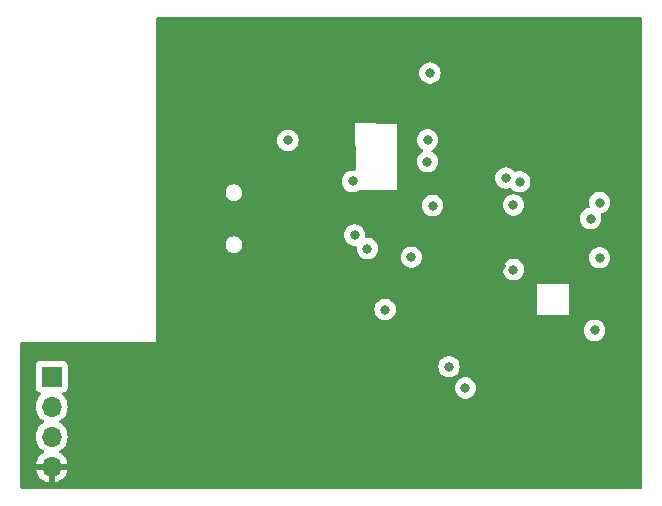
<source format=gbr>
%TF.GenerationSoftware,KiCad,Pcbnew,7.0.9*%
%TF.CreationDate,2023-12-19T02:47:06+01:00*%
%TF.ProjectId,biosensorbox,62696f73-656e-4736-9f72-626f782e6b69,rev?*%
%TF.SameCoordinates,Original*%
%TF.FileFunction,Copper,L3,Inr*%
%TF.FilePolarity,Positive*%
%FSLAX46Y46*%
G04 Gerber Fmt 4.6, Leading zero omitted, Abs format (unit mm)*
G04 Created by KiCad (PCBNEW 7.0.9) date 2023-12-19 02:47:06*
%MOMM*%
%LPD*%
G01*
G04 APERTURE LIST*
%TA.AperFunction,ComponentPad*%
%ADD10R,1.700000X1.700000*%
%TD*%
%TA.AperFunction,ComponentPad*%
%ADD11O,1.700000X1.700000*%
%TD*%
%TA.AperFunction,ViaPad*%
%ADD12C,0.800000*%
%TD*%
G04 APERTURE END LIST*
D10*
%TO.N,/SDA_DISP*%
%TO.C,J2*%
X111640000Y-93970000D03*
D11*
%TO.N,/SCL_DISP*%
X111640000Y-96510000D03*
%TO.N,+3V3*%
X111640000Y-99050000D03*
%TO.N,GND*%
X111640000Y-101590000D03*
%TD*%
D12*
%TO.N,Net-(Q1-G)*%
X138370000Y-83130000D03*
X137280000Y-81990000D03*
%TO.N,GND*%
X136270000Y-68840000D03*
X121200000Y-65000000D03*
%TO.N,/SCL_DISP*%
X146660000Y-94930000D03*
X151270000Y-77480000D03*
%TO.N,/SDA_DISP*%
X150090000Y-77160000D03*
X145280000Y-93130000D03*
%TO.N,GND*%
X121500000Y-74710000D03*
X129610000Y-87340000D03*
X124150000Y-87760000D03*
%TO.N,+3V3*%
X131640000Y-73965300D03*
%TO.N,Net-(D5-K)*%
X137120000Y-77440000D03*
%TO.N,GND*%
X132500000Y-75290000D03*
%TO.N,+3V3*%
X150740000Y-84910000D03*
X158030000Y-79230000D03*
X158030000Y-83910000D03*
X150740000Y-79450000D03*
%TO.N,GND*%
X140370000Y-64340000D03*
X152080000Y-72060000D03*
X142600000Y-91670000D03*
X157940000Y-64340000D03*
X152100000Y-73450000D03*
X155230000Y-97520000D03*
X134540000Y-91670000D03*
X146750000Y-70670000D03*
X149720000Y-84570000D03*
X146790000Y-73450000D03*
X135400000Y-84420000D03*
X159140000Y-86900000D03*
X149350000Y-69360000D03*
X131170000Y-69530000D03*
X130210000Y-77799502D03*
X146750000Y-72050000D03*
X149950000Y-90880000D03*
X138479399Y-68679399D03*
X149360000Y-74710000D03*
X129680000Y-83300000D03*
X152060000Y-70660000D03*
X150750000Y-69380000D03*
X147950000Y-69340000D03*
X153520000Y-92350000D03*
X150760000Y-74710000D03*
X150780000Y-86190000D03*
X137840000Y-84580000D03*
X154920000Y-93890000D03*
X127290000Y-73320000D03*
X147950000Y-74710000D03*
%TO.N,Net-(U1-EN)*%
X142090000Y-83860000D03*
X143660000Y-68270000D03*
%TO.N,/DisplayButton*%
X139870000Y-88290000D03*
X143890000Y-79490000D03*
%TO.N,/RED_DRIVER*%
X143460000Y-73940000D03*
%TO.N,/GREEN_DRIVER*%
X143450000Y-75770000D03*
%TO.N,/INT_IMU*%
X157600000Y-90060000D03*
X157270000Y-80590000D03*
%TD*%
%TA.AperFunction,Conductor*%
%TO.N,GND*%
G36*
X161542539Y-63520185D02*
G01*
X161588294Y-63572989D01*
X161599500Y-63624500D01*
X161599500Y-103376011D01*
X161579815Y-103443050D01*
X161527011Y-103488805D01*
X161475512Y-103500011D01*
X114260000Y-103504500D01*
X109124500Y-103504500D01*
X109057461Y-103484815D01*
X109011706Y-103432011D01*
X109000500Y-103380500D01*
X109000500Y-99050000D01*
X110284341Y-99050000D01*
X110304936Y-99285403D01*
X110304938Y-99285413D01*
X110366094Y-99513655D01*
X110366096Y-99513659D01*
X110366097Y-99513663D01*
X110465965Y-99727830D01*
X110465967Y-99727834D01*
X110601501Y-99921395D01*
X110601506Y-99921402D01*
X110768597Y-100088493D01*
X110768603Y-100088498D01*
X110954594Y-100218730D01*
X110998219Y-100273307D01*
X111005413Y-100342805D01*
X110973890Y-100405160D01*
X110954595Y-100421880D01*
X110768922Y-100551890D01*
X110768920Y-100551891D01*
X110601891Y-100718920D01*
X110601886Y-100718926D01*
X110466400Y-100912420D01*
X110466399Y-100912422D01*
X110366570Y-101126507D01*
X110366567Y-101126513D01*
X110309364Y-101339999D01*
X110309364Y-101340000D01*
X111206314Y-101340000D01*
X111180507Y-101380156D01*
X111140000Y-101518111D01*
X111140000Y-101661889D01*
X111180507Y-101799844D01*
X111206314Y-101840000D01*
X110309364Y-101840000D01*
X110366567Y-102053486D01*
X110366570Y-102053492D01*
X110466399Y-102267578D01*
X110601894Y-102461082D01*
X110768917Y-102628105D01*
X110962421Y-102763600D01*
X111176507Y-102863429D01*
X111176516Y-102863433D01*
X111390000Y-102920634D01*
X111390000Y-102025501D01*
X111497685Y-102074680D01*
X111604237Y-102090000D01*
X111675763Y-102090000D01*
X111782315Y-102074680D01*
X111890000Y-102025501D01*
X111890000Y-102920633D01*
X112103483Y-102863433D01*
X112103492Y-102863429D01*
X112317578Y-102763600D01*
X112511082Y-102628105D01*
X112678105Y-102461082D01*
X112813600Y-102267578D01*
X112913429Y-102053492D01*
X112913432Y-102053486D01*
X112970636Y-101840000D01*
X112073686Y-101840000D01*
X112099493Y-101799844D01*
X112140000Y-101661889D01*
X112140000Y-101518111D01*
X112099493Y-101380156D01*
X112073686Y-101340000D01*
X112970636Y-101340000D01*
X112970635Y-101339999D01*
X112913432Y-101126513D01*
X112913429Y-101126507D01*
X112813600Y-100912422D01*
X112813599Y-100912420D01*
X112678113Y-100718926D01*
X112678108Y-100718920D01*
X112511078Y-100551890D01*
X112325405Y-100421879D01*
X112281780Y-100367302D01*
X112274588Y-100297804D01*
X112306110Y-100235449D01*
X112325406Y-100218730D01*
X112511401Y-100088495D01*
X112678495Y-99921401D01*
X112814035Y-99727830D01*
X112913903Y-99513663D01*
X112975063Y-99285408D01*
X112995659Y-99050000D01*
X112975063Y-98814592D01*
X112913903Y-98586337D01*
X112814035Y-98372171D01*
X112678495Y-98178599D01*
X112678494Y-98178597D01*
X112511402Y-98011506D01*
X112511396Y-98011501D01*
X112325842Y-97881575D01*
X112282217Y-97826998D01*
X112275023Y-97757500D01*
X112306546Y-97695145D01*
X112325842Y-97678425D01*
X112348026Y-97662891D01*
X112511401Y-97548495D01*
X112678495Y-97381401D01*
X112814035Y-97187830D01*
X112913903Y-96973663D01*
X112975063Y-96745408D01*
X112995659Y-96510000D01*
X112975063Y-96274592D01*
X112913903Y-96046337D01*
X112814035Y-95832171D01*
X112785306Y-95791142D01*
X112678496Y-95638600D01*
X112642784Y-95602888D01*
X112556567Y-95516671D01*
X112523084Y-95455351D01*
X112528068Y-95385659D01*
X112569939Y-95329725D01*
X112600915Y-95312810D01*
X112732331Y-95263796D01*
X112847546Y-95177546D01*
X112933796Y-95062331D01*
X112983152Y-94930000D01*
X145754540Y-94930000D01*
X145774326Y-95118256D01*
X145774327Y-95118259D01*
X145832818Y-95298277D01*
X145832821Y-95298284D01*
X145927467Y-95462216D01*
X146054129Y-95602888D01*
X146207265Y-95714148D01*
X146207270Y-95714151D01*
X146380192Y-95791142D01*
X146380197Y-95791144D01*
X146565354Y-95830500D01*
X146565355Y-95830500D01*
X146754644Y-95830500D01*
X146754646Y-95830500D01*
X146939803Y-95791144D01*
X147112730Y-95714151D01*
X147265871Y-95602888D01*
X147392533Y-95462216D01*
X147487179Y-95298284D01*
X147545674Y-95118256D01*
X147565460Y-94930000D01*
X147545674Y-94741744D01*
X147487179Y-94561716D01*
X147392533Y-94397784D01*
X147265871Y-94257112D01*
X147265870Y-94257111D01*
X147112734Y-94145851D01*
X147112729Y-94145848D01*
X146939807Y-94068857D01*
X146939802Y-94068855D01*
X146794001Y-94037865D01*
X146754646Y-94029500D01*
X146565354Y-94029500D01*
X146532897Y-94036398D01*
X146380197Y-94068855D01*
X146380192Y-94068857D01*
X146207270Y-94145848D01*
X146207265Y-94145851D01*
X146054129Y-94257111D01*
X145927466Y-94397785D01*
X145832821Y-94561715D01*
X145832818Y-94561722D01*
X145774327Y-94741740D01*
X145774326Y-94741744D01*
X145754540Y-94930000D01*
X112983152Y-94930000D01*
X112984091Y-94927483D01*
X112990500Y-94867873D01*
X112990499Y-93130000D01*
X144374540Y-93130000D01*
X144394326Y-93318256D01*
X144394327Y-93318259D01*
X144452818Y-93498277D01*
X144452821Y-93498284D01*
X144547467Y-93662216D01*
X144674129Y-93802888D01*
X144827265Y-93914148D01*
X144827270Y-93914151D01*
X145000192Y-93991142D01*
X145000197Y-93991144D01*
X145185354Y-94030500D01*
X145185355Y-94030500D01*
X145374644Y-94030500D01*
X145374646Y-94030500D01*
X145559803Y-93991144D01*
X145732730Y-93914151D01*
X145885871Y-93802888D01*
X146012533Y-93662216D01*
X146107179Y-93498284D01*
X146165674Y-93318256D01*
X146185460Y-93130000D01*
X146165674Y-92941744D01*
X146107179Y-92761716D01*
X146012533Y-92597784D01*
X145885871Y-92457112D01*
X145885870Y-92457111D01*
X145732734Y-92345851D01*
X145732729Y-92345848D01*
X145559807Y-92268857D01*
X145559802Y-92268855D01*
X145414001Y-92237865D01*
X145374646Y-92229500D01*
X145185354Y-92229500D01*
X145152897Y-92236398D01*
X145000197Y-92268855D01*
X145000192Y-92268857D01*
X144827270Y-92345848D01*
X144827265Y-92345851D01*
X144674129Y-92457111D01*
X144547466Y-92597785D01*
X144452821Y-92761715D01*
X144452818Y-92761722D01*
X144394327Y-92941740D01*
X144394326Y-92941744D01*
X144374540Y-93130000D01*
X112990499Y-93130000D01*
X112990499Y-93072128D01*
X112984091Y-93012517D01*
X112957694Y-92941744D01*
X112933797Y-92877671D01*
X112933793Y-92877664D01*
X112847547Y-92762455D01*
X112847544Y-92762452D01*
X112732335Y-92676206D01*
X112732328Y-92676202D01*
X112597482Y-92625908D01*
X112597483Y-92625908D01*
X112537883Y-92619501D01*
X112537881Y-92619500D01*
X112537873Y-92619500D01*
X112537864Y-92619500D01*
X110742129Y-92619500D01*
X110742123Y-92619501D01*
X110682516Y-92625908D01*
X110547671Y-92676202D01*
X110547664Y-92676206D01*
X110432455Y-92762452D01*
X110432452Y-92762455D01*
X110346206Y-92877664D01*
X110346202Y-92877671D01*
X110295908Y-93012517D01*
X110289501Y-93072116D01*
X110289501Y-93072123D01*
X110289500Y-93072135D01*
X110289500Y-94867870D01*
X110289501Y-94867876D01*
X110295908Y-94927483D01*
X110346202Y-95062328D01*
X110346206Y-95062335D01*
X110432452Y-95177544D01*
X110432455Y-95177547D01*
X110547664Y-95263793D01*
X110547671Y-95263797D01*
X110679081Y-95312810D01*
X110735015Y-95354681D01*
X110759432Y-95420145D01*
X110744580Y-95488418D01*
X110723430Y-95516673D01*
X110601503Y-95638600D01*
X110465965Y-95832169D01*
X110465964Y-95832171D01*
X110366098Y-96046335D01*
X110366094Y-96046344D01*
X110304938Y-96274586D01*
X110304936Y-96274596D01*
X110284341Y-96509999D01*
X110284341Y-96510000D01*
X110304936Y-96745403D01*
X110304938Y-96745413D01*
X110366094Y-96973655D01*
X110366096Y-96973659D01*
X110366097Y-96973663D01*
X110465965Y-97187830D01*
X110465967Y-97187834D01*
X110601501Y-97381395D01*
X110601506Y-97381402D01*
X110768597Y-97548493D01*
X110768603Y-97548498D01*
X110954158Y-97678425D01*
X110997783Y-97733002D01*
X111004977Y-97802500D01*
X110973454Y-97864855D01*
X110954158Y-97881575D01*
X110768597Y-98011505D01*
X110601505Y-98178597D01*
X110465965Y-98372169D01*
X110465964Y-98372171D01*
X110366098Y-98586335D01*
X110366094Y-98586344D01*
X110304938Y-98814586D01*
X110304936Y-98814596D01*
X110284341Y-99049999D01*
X110284341Y-99050000D01*
X109000500Y-99050000D01*
X109000500Y-91124500D01*
X109020185Y-91057461D01*
X109072989Y-91011706D01*
X109124500Y-91000500D01*
X120475240Y-91000500D01*
X120475383Y-91000528D01*
X120475384Y-91000524D01*
X120499997Y-91000539D01*
X120500000Y-91000541D01*
X120500383Y-91000383D01*
X120500500Y-91000099D01*
X120500541Y-91000000D01*
X120500540Y-90999997D01*
X120500583Y-90975889D01*
X120500500Y-90975467D01*
X120500500Y-90060000D01*
X156694540Y-90060000D01*
X156714326Y-90248256D01*
X156714327Y-90248259D01*
X156772818Y-90428277D01*
X156772821Y-90428284D01*
X156867467Y-90592216D01*
X156994129Y-90732888D01*
X157147265Y-90844148D01*
X157147270Y-90844151D01*
X157320192Y-90921142D01*
X157320197Y-90921144D01*
X157505354Y-90960500D01*
X157505355Y-90960500D01*
X157694644Y-90960500D01*
X157694646Y-90960500D01*
X157879803Y-90921144D01*
X158052730Y-90844151D01*
X158205871Y-90732888D01*
X158332533Y-90592216D01*
X158427179Y-90428284D01*
X158485674Y-90248256D01*
X158505460Y-90060000D01*
X158485674Y-89871744D01*
X158427179Y-89691716D01*
X158332533Y-89527784D01*
X158205871Y-89387112D01*
X158205870Y-89387111D01*
X158052734Y-89275851D01*
X158052729Y-89275848D01*
X157879807Y-89198857D01*
X157879802Y-89198855D01*
X157734001Y-89167865D01*
X157694646Y-89159500D01*
X157505354Y-89159500D01*
X157472897Y-89166398D01*
X157320197Y-89198855D01*
X157320192Y-89198857D01*
X157147270Y-89275848D01*
X157147265Y-89275851D01*
X156994129Y-89387111D01*
X156867466Y-89527785D01*
X156772821Y-89691715D01*
X156772818Y-89691722D01*
X156714327Y-89871740D01*
X156714326Y-89871744D01*
X156694540Y-90060000D01*
X120500500Y-90060000D01*
X120500500Y-88290000D01*
X138964540Y-88290000D01*
X138984326Y-88478256D01*
X138984327Y-88478259D01*
X139042818Y-88658277D01*
X139042821Y-88658284D01*
X139137467Y-88822216D01*
X139264129Y-88962888D01*
X139417265Y-89074148D01*
X139417270Y-89074151D01*
X139590192Y-89151142D01*
X139590197Y-89151144D01*
X139775354Y-89190500D01*
X139775355Y-89190500D01*
X139964644Y-89190500D01*
X139964646Y-89190500D01*
X140149803Y-89151144D01*
X140322730Y-89074151D01*
X140475871Y-88962888D01*
X140602533Y-88822216D01*
X140697179Y-88658284D01*
X140755674Y-88478256D01*
X140775460Y-88290000D01*
X140755674Y-88101744D01*
X140697179Y-87921716D01*
X140602533Y-87757784D01*
X140475871Y-87617112D01*
X140475870Y-87617111D01*
X140322734Y-87505851D01*
X140322729Y-87505848D01*
X140149807Y-87428857D01*
X140149802Y-87428855D01*
X140004001Y-87397865D01*
X139964646Y-87389500D01*
X139775354Y-87389500D01*
X139742897Y-87396398D01*
X139590197Y-87428855D01*
X139590192Y-87428857D01*
X139417270Y-87505848D01*
X139417265Y-87505851D01*
X139264129Y-87617111D01*
X139137466Y-87757785D01*
X139042821Y-87921715D01*
X139042818Y-87921722D01*
X138984327Y-88101740D01*
X138984326Y-88101744D01*
X138964540Y-88290000D01*
X120500500Y-88290000D01*
X120500500Y-86119000D01*
X152713400Y-86119000D01*
X152713400Y-88769000D01*
X155463400Y-88769000D01*
X155463400Y-86119000D01*
X152713400Y-86119000D01*
X120500500Y-86119000D01*
X120500500Y-84910000D01*
X149834540Y-84910000D01*
X149854326Y-85098256D01*
X149854327Y-85098259D01*
X149912818Y-85278277D01*
X149912821Y-85278284D01*
X150007467Y-85442216D01*
X150134129Y-85582888D01*
X150287265Y-85694148D01*
X150287270Y-85694151D01*
X150460192Y-85771142D01*
X150460197Y-85771144D01*
X150645354Y-85810500D01*
X150645355Y-85810500D01*
X150834644Y-85810500D01*
X150834646Y-85810500D01*
X151019803Y-85771144D01*
X151192730Y-85694151D01*
X151345871Y-85582888D01*
X151472533Y-85442216D01*
X151567179Y-85278284D01*
X151625674Y-85098256D01*
X151645460Y-84910000D01*
X151625674Y-84721744D01*
X151567179Y-84541716D01*
X151472533Y-84377784D01*
X151345871Y-84237112D01*
X151345870Y-84237111D01*
X151192734Y-84125851D01*
X151192729Y-84125848D01*
X151019807Y-84048857D01*
X151019802Y-84048855D01*
X150874001Y-84017865D01*
X150834646Y-84009500D01*
X150645354Y-84009500D01*
X150612897Y-84016398D01*
X150460197Y-84048855D01*
X150460192Y-84048857D01*
X150287270Y-84125848D01*
X150287265Y-84125851D01*
X150134129Y-84237111D01*
X150007466Y-84377785D01*
X149912821Y-84541715D01*
X149912818Y-84541722D01*
X149854521Y-84721144D01*
X149854326Y-84721744D01*
X149834540Y-84910000D01*
X120500500Y-84910000D01*
X120500500Y-82885055D01*
X126366500Y-82885055D01*
X126407210Y-83050226D01*
X126486263Y-83200849D01*
X126486266Y-83200852D01*
X126599071Y-83328183D01*
X126689318Y-83390476D01*
X126739068Y-83424817D01*
X126739069Y-83424817D01*
X126739070Y-83424818D01*
X126898128Y-83485140D01*
X126974028Y-83494356D01*
X127024626Y-83500500D01*
X127024628Y-83500500D01*
X127109374Y-83500500D01*
X127151538Y-83495380D01*
X127235872Y-83485140D01*
X127394930Y-83424818D01*
X127534929Y-83328183D01*
X127647734Y-83200852D01*
X127654946Y-83187112D01*
X127726789Y-83050226D01*
X127726790Y-83050225D01*
X127767500Y-82885056D01*
X127767500Y-82714944D01*
X127726790Y-82549775D01*
X127712325Y-82522214D01*
X127647736Y-82399150D01*
X127611532Y-82358284D01*
X127534929Y-82271817D01*
X127473623Y-82229500D01*
X127394931Y-82175182D01*
X127235874Y-82114860D01*
X127235868Y-82114859D01*
X127109374Y-82099500D01*
X127109372Y-82099500D01*
X127024628Y-82099500D01*
X127024626Y-82099500D01*
X126898131Y-82114859D01*
X126898125Y-82114860D01*
X126739068Y-82175182D01*
X126599072Y-82271816D01*
X126486263Y-82399150D01*
X126407210Y-82549773D01*
X126366500Y-82714944D01*
X126366500Y-82885055D01*
X120500500Y-82885055D01*
X120500500Y-81990000D01*
X136374540Y-81990000D01*
X136394326Y-82178256D01*
X136394327Y-82178259D01*
X136452818Y-82358277D01*
X136452821Y-82358284D01*
X136547467Y-82522216D01*
X136615509Y-82597784D01*
X136674129Y-82662888D01*
X136827265Y-82774148D01*
X136827270Y-82774151D01*
X137000192Y-82851142D01*
X137000197Y-82851144D01*
X137185354Y-82890500D01*
X137185355Y-82890500D01*
X137351997Y-82890500D01*
X137419036Y-82910185D01*
X137464791Y-82962989D01*
X137475317Y-83027457D01*
X137464540Y-83130000D01*
X137484326Y-83318256D01*
X137484327Y-83318259D01*
X137542818Y-83498277D01*
X137542821Y-83498284D01*
X137637467Y-83662216D01*
X137764129Y-83802888D01*
X137917265Y-83914148D01*
X137917270Y-83914151D01*
X138090192Y-83991142D01*
X138090197Y-83991144D01*
X138275354Y-84030500D01*
X138275355Y-84030500D01*
X138464644Y-84030500D01*
X138464646Y-84030500D01*
X138649803Y-83991144D01*
X138822730Y-83914151D01*
X138897263Y-83860000D01*
X141184540Y-83860000D01*
X141204326Y-84048256D01*
X141204327Y-84048259D01*
X141262818Y-84228277D01*
X141262821Y-84228284D01*
X141357467Y-84392216D01*
X141484129Y-84532888D01*
X141637265Y-84644148D01*
X141637270Y-84644151D01*
X141810192Y-84721142D01*
X141810197Y-84721144D01*
X141995354Y-84760500D01*
X141995355Y-84760500D01*
X142184644Y-84760500D01*
X142184646Y-84760500D01*
X142369803Y-84721144D01*
X142542730Y-84644151D01*
X142695871Y-84532888D01*
X142822533Y-84392216D01*
X142917179Y-84228284D01*
X142975674Y-84048256D01*
X142990205Y-83910000D01*
X157124540Y-83910000D01*
X157144326Y-84098256D01*
X157144327Y-84098259D01*
X157202818Y-84278277D01*
X157202821Y-84278284D01*
X157297467Y-84442216D01*
X157387063Y-84541722D01*
X157424129Y-84582888D01*
X157577265Y-84694148D01*
X157577270Y-84694151D01*
X157750192Y-84771142D01*
X157750197Y-84771144D01*
X157935354Y-84810500D01*
X157935355Y-84810500D01*
X158124644Y-84810500D01*
X158124646Y-84810500D01*
X158309803Y-84771144D01*
X158482730Y-84694151D01*
X158635871Y-84582888D01*
X158762533Y-84442216D01*
X158857179Y-84278284D01*
X158915674Y-84098256D01*
X158935460Y-83910000D01*
X158915674Y-83721744D01*
X158857179Y-83541716D01*
X158762533Y-83377784D01*
X158635871Y-83237112D01*
X158635870Y-83237111D01*
X158482734Y-83125851D01*
X158482729Y-83125848D01*
X158309807Y-83048857D01*
X158309802Y-83048855D01*
X158164001Y-83017865D01*
X158124646Y-83009500D01*
X157935354Y-83009500D01*
X157902897Y-83016398D01*
X157750197Y-83048855D01*
X157750192Y-83048857D01*
X157577270Y-83125848D01*
X157577265Y-83125851D01*
X157424129Y-83237111D01*
X157297466Y-83377785D01*
X157202821Y-83541715D01*
X157202818Y-83541722D01*
X157160573Y-83671740D01*
X157144326Y-83721744D01*
X157124540Y-83910000D01*
X142990205Y-83910000D01*
X142995460Y-83860000D01*
X142975674Y-83671744D01*
X142917179Y-83491716D01*
X142822533Y-83327784D01*
X142695871Y-83187112D01*
X142695870Y-83187111D01*
X142542734Y-83075851D01*
X142542729Y-83075848D01*
X142369807Y-82998857D01*
X142369802Y-82998855D01*
X142224001Y-82967865D01*
X142184646Y-82959500D01*
X141995354Y-82959500D01*
X141962897Y-82966398D01*
X141810197Y-82998855D01*
X141810192Y-82998857D01*
X141637270Y-83075848D01*
X141637265Y-83075851D01*
X141484129Y-83187111D01*
X141357466Y-83327785D01*
X141262821Y-83491715D01*
X141262818Y-83491722D01*
X141207422Y-83662216D01*
X141204326Y-83671744D01*
X141184540Y-83860000D01*
X138897263Y-83860000D01*
X138975871Y-83802888D01*
X139102533Y-83662216D01*
X139197179Y-83498284D01*
X139255674Y-83318256D01*
X139275460Y-83130000D01*
X139255674Y-82941744D01*
X139197179Y-82761716D01*
X139102533Y-82597784D01*
X138975871Y-82457112D01*
X138975870Y-82457111D01*
X138822734Y-82345851D01*
X138822729Y-82345848D01*
X138649807Y-82268857D01*
X138649802Y-82268855D01*
X138504001Y-82237865D01*
X138464646Y-82229500D01*
X138298004Y-82229500D01*
X138230965Y-82209815D01*
X138185210Y-82157011D01*
X138174683Y-82092539D01*
X138174781Y-82091598D01*
X138185460Y-81990000D01*
X138165674Y-81801744D01*
X138107179Y-81621716D01*
X138012533Y-81457784D01*
X137885871Y-81317112D01*
X137885870Y-81317111D01*
X137732734Y-81205851D01*
X137732729Y-81205848D01*
X137559807Y-81128857D01*
X137559802Y-81128855D01*
X137414001Y-81097865D01*
X137374646Y-81089500D01*
X137185354Y-81089500D01*
X137152897Y-81096398D01*
X137000197Y-81128855D01*
X137000192Y-81128857D01*
X136827270Y-81205848D01*
X136827265Y-81205851D01*
X136674129Y-81317111D01*
X136547466Y-81457785D01*
X136452821Y-81621715D01*
X136452818Y-81621722D01*
X136394327Y-81801740D01*
X136394326Y-81801744D01*
X136374540Y-81990000D01*
X120500500Y-81990000D01*
X120500500Y-80590000D01*
X156364540Y-80590000D01*
X156384326Y-80778256D01*
X156384327Y-80778259D01*
X156442818Y-80958277D01*
X156442821Y-80958284D01*
X156537467Y-81122216D01*
X156543446Y-81128856D01*
X156664129Y-81262888D01*
X156817265Y-81374148D01*
X156817270Y-81374151D01*
X156990192Y-81451142D01*
X156990197Y-81451144D01*
X157175354Y-81490500D01*
X157175355Y-81490500D01*
X157364644Y-81490500D01*
X157364646Y-81490500D01*
X157549803Y-81451144D01*
X157722730Y-81374151D01*
X157875871Y-81262888D01*
X158002533Y-81122216D01*
X158097179Y-80958284D01*
X158155674Y-80778256D01*
X158175460Y-80590000D01*
X158155674Y-80401744D01*
X158125696Y-80309482D01*
X158113787Y-80272829D01*
X158111792Y-80202988D01*
X158147872Y-80143155D01*
X158205938Y-80113221D01*
X158206068Y-80113193D01*
X158309803Y-80091144D01*
X158482730Y-80014151D01*
X158635871Y-79902888D01*
X158762533Y-79762216D01*
X158857179Y-79598284D01*
X158915674Y-79418256D01*
X158935460Y-79230000D01*
X158915674Y-79041744D01*
X158857179Y-78861716D01*
X158762533Y-78697784D01*
X158635871Y-78557112D01*
X158575836Y-78513494D01*
X158482734Y-78445851D01*
X158482729Y-78445848D01*
X158309807Y-78368857D01*
X158309802Y-78368855D01*
X158164001Y-78337865D01*
X158124646Y-78329500D01*
X157935354Y-78329500D01*
X157902897Y-78336398D01*
X157750197Y-78368855D01*
X157750192Y-78368857D01*
X157577270Y-78445848D01*
X157577265Y-78445851D01*
X157424129Y-78557111D01*
X157297466Y-78697785D01*
X157202821Y-78861715D01*
X157202818Y-78861722D01*
X157144327Y-79041740D01*
X157144326Y-79041744D01*
X157124540Y-79230000D01*
X157144326Y-79418256D01*
X157144327Y-79418259D01*
X157186212Y-79547170D01*
X157188207Y-79617012D01*
X157152126Y-79676844D01*
X157094063Y-79706778D01*
X156990196Y-79728856D01*
X156990192Y-79728857D01*
X156817270Y-79805848D01*
X156817265Y-79805851D01*
X156664129Y-79917111D01*
X156537466Y-80057785D01*
X156442821Y-80221715D01*
X156442818Y-80221722D01*
X156400767Y-80351144D01*
X156384326Y-80401744D01*
X156364540Y-80590000D01*
X120500500Y-80590000D01*
X120500500Y-79490000D01*
X142984540Y-79490000D01*
X143004326Y-79678256D01*
X143004327Y-79678259D01*
X143062818Y-79858277D01*
X143062821Y-79858284D01*
X143157467Y-80022216D01*
X143239409Y-80113221D01*
X143284129Y-80162888D01*
X143437265Y-80274148D01*
X143437270Y-80274151D01*
X143610192Y-80351142D01*
X143610197Y-80351144D01*
X143795354Y-80390500D01*
X143795355Y-80390500D01*
X143984644Y-80390500D01*
X143984646Y-80390500D01*
X144169803Y-80351144D01*
X144342730Y-80274151D01*
X144495871Y-80162888D01*
X144622533Y-80022216D01*
X144717179Y-79858284D01*
X144775674Y-79678256D01*
X144795460Y-79490000D01*
X144791256Y-79450000D01*
X149834540Y-79450000D01*
X149854326Y-79638256D01*
X149854327Y-79638259D01*
X149912818Y-79818277D01*
X149912821Y-79818284D01*
X150007467Y-79982216D01*
X150125425Y-80113221D01*
X150134129Y-80122888D01*
X150287265Y-80234148D01*
X150287270Y-80234151D01*
X150460192Y-80311142D01*
X150460197Y-80311144D01*
X150645354Y-80350500D01*
X150645355Y-80350500D01*
X150834644Y-80350500D01*
X150834646Y-80350500D01*
X151019803Y-80311144D01*
X151192730Y-80234151D01*
X151345871Y-80122888D01*
X151472533Y-79982216D01*
X151567179Y-79818284D01*
X151625674Y-79638256D01*
X151645460Y-79450000D01*
X151625674Y-79261744D01*
X151567179Y-79081716D01*
X151472533Y-78917784D01*
X151345871Y-78777112D01*
X151345870Y-78777111D01*
X151192734Y-78665851D01*
X151192732Y-78665850D01*
X151059988Y-78606747D01*
X151006752Y-78561496D01*
X150992160Y-78513494D01*
X150952156Y-78548830D01*
X150883095Y-78559431D01*
X150873796Y-78557821D01*
X150834646Y-78549500D01*
X150645354Y-78549500D01*
X150612897Y-78556398D01*
X150460197Y-78588855D01*
X150460192Y-78588857D01*
X150287270Y-78665848D01*
X150287265Y-78665851D01*
X150134129Y-78777111D01*
X150007466Y-78917785D01*
X149912821Y-79081715D01*
X149912818Y-79081722D01*
X149864640Y-79230000D01*
X149854326Y-79261744D01*
X149834540Y-79450000D01*
X144791256Y-79450000D01*
X144775674Y-79301744D01*
X144717179Y-79121716D01*
X144622533Y-78957784D01*
X144495871Y-78817112D01*
X144440816Y-78777112D01*
X144342734Y-78705851D01*
X144342729Y-78705848D01*
X144169807Y-78628857D01*
X144169802Y-78628855D01*
X144024001Y-78597865D01*
X143984646Y-78589500D01*
X143795354Y-78589500D01*
X143762897Y-78596398D01*
X143610197Y-78628855D01*
X143610192Y-78628857D01*
X143437270Y-78705848D01*
X143437265Y-78705851D01*
X143284129Y-78817111D01*
X143157466Y-78957785D01*
X143062821Y-79121715D01*
X143062818Y-79121722D01*
X143004327Y-79301740D01*
X143004326Y-79301744D01*
X142984540Y-79490000D01*
X120500500Y-79490000D01*
X120500500Y-78485055D01*
X126366500Y-78485055D01*
X126407210Y-78650226D01*
X126486263Y-78800849D01*
X126486266Y-78800852D01*
X126599071Y-78928183D01*
X126641957Y-78957785D01*
X126739068Y-79024817D01*
X126739069Y-79024817D01*
X126739070Y-79024818D01*
X126783701Y-79041744D01*
X126889099Y-79081716D01*
X126898128Y-79085140D01*
X126974028Y-79094356D01*
X127024626Y-79100500D01*
X127024628Y-79100500D01*
X127109374Y-79100500D01*
X127151538Y-79095380D01*
X127235872Y-79085140D01*
X127394930Y-79024818D01*
X127534929Y-78928183D01*
X127647734Y-78800852D01*
X127660195Y-78777111D01*
X127701829Y-78697784D01*
X127726790Y-78650225D01*
X127767500Y-78485056D01*
X127767500Y-78314944D01*
X127726790Y-78149775D01*
X127707430Y-78112888D01*
X127647736Y-77999150D01*
X127623873Y-77972214D01*
X127534929Y-77871817D01*
X127478531Y-77832888D01*
X127394931Y-77775182D01*
X127235874Y-77714860D01*
X127235868Y-77714859D01*
X127109374Y-77699500D01*
X127109372Y-77699500D01*
X127024628Y-77699500D01*
X127024626Y-77699500D01*
X126898131Y-77714859D01*
X126898125Y-77714860D01*
X126739068Y-77775182D01*
X126599072Y-77871816D01*
X126486263Y-77999150D01*
X126407210Y-78149773D01*
X126366500Y-78314944D01*
X126366500Y-78485055D01*
X120500500Y-78485055D01*
X120500500Y-77440000D01*
X136214540Y-77440000D01*
X136234326Y-77628256D01*
X136234327Y-77628259D01*
X136292818Y-77808277D01*
X136292821Y-77808284D01*
X136387467Y-77972216D01*
X136514129Y-78112888D01*
X136667265Y-78224148D01*
X136667270Y-78224151D01*
X136840192Y-78301142D01*
X136840197Y-78301144D01*
X137025354Y-78340500D01*
X137025355Y-78340500D01*
X137214644Y-78340500D01*
X137214646Y-78340500D01*
X137399803Y-78301144D01*
X137572730Y-78224151D01*
X137572732Y-78224148D01*
X137578362Y-78220900D01*
X137579026Y-78222051D01*
X137638140Y-78200956D01*
X137645576Y-78200754D01*
X140900000Y-78210000D01*
X140896290Y-77160000D01*
X149184540Y-77160000D01*
X149204326Y-77348256D01*
X149204327Y-77348259D01*
X149262818Y-77528277D01*
X149262821Y-77528284D01*
X149357467Y-77692216D01*
X149484129Y-77832888D01*
X149637265Y-77944148D01*
X149637270Y-77944151D01*
X149810192Y-78021142D01*
X149810197Y-78021144D01*
X149995354Y-78060500D01*
X149995355Y-78060500D01*
X150184644Y-78060500D01*
X150184646Y-78060500D01*
X150369803Y-78021144D01*
X150412921Y-78001945D01*
X150482170Y-77992660D01*
X150545447Y-78022288D01*
X150555503Y-78032247D01*
X150664129Y-78152888D01*
X150664132Y-78152890D01*
X150817265Y-78264148D01*
X150817270Y-78264151D01*
X150950010Y-78323252D01*
X151003247Y-78368502D01*
X151017838Y-78416503D01*
X151057843Y-78381168D01*
X151126904Y-78370568D01*
X151136174Y-78372172D01*
X151175354Y-78380500D01*
X151175357Y-78380500D01*
X151364644Y-78380500D01*
X151364646Y-78380500D01*
X151549803Y-78341144D01*
X151722730Y-78264151D01*
X151875871Y-78152888D01*
X152002533Y-78012216D01*
X152097179Y-77848284D01*
X152155674Y-77668256D01*
X152175460Y-77480000D01*
X152155674Y-77291744D01*
X152097179Y-77111716D01*
X152002533Y-76947784D01*
X151875871Y-76807112D01*
X151875870Y-76807111D01*
X151722734Y-76695851D01*
X151722729Y-76695848D01*
X151549807Y-76618857D01*
X151549802Y-76618855D01*
X151404001Y-76587865D01*
X151364646Y-76579500D01*
X151175354Y-76579500D01*
X151142897Y-76586398D01*
X150990197Y-76618855D01*
X150990192Y-76618857D01*
X150947075Y-76638054D01*
X150877825Y-76647338D01*
X150814549Y-76617709D01*
X150804491Y-76607746D01*
X150695870Y-76487111D01*
X150542734Y-76375851D01*
X150542729Y-76375848D01*
X150369807Y-76298857D01*
X150369802Y-76298855D01*
X150224001Y-76267865D01*
X150184646Y-76259500D01*
X149995354Y-76259500D01*
X149962897Y-76266398D01*
X149810197Y-76298855D01*
X149810192Y-76298857D01*
X149637270Y-76375848D01*
X149637265Y-76375851D01*
X149484129Y-76487111D01*
X149357466Y-76627785D01*
X149262821Y-76791715D01*
X149262818Y-76791722D01*
X149204327Y-76971740D01*
X149204326Y-76971744D01*
X149184540Y-77160000D01*
X140896290Y-77160000D01*
X140891378Y-75770000D01*
X142544540Y-75770000D01*
X142564326Y-75958256D01*
X142564327Y-75958259D01*
X142622818Y-76138277D01*
X142622821Y-76138284D01*
X142717467Y-76302216D01*
X142844129Y-76442888D01*
X142997265Y-76554148D01*
X142997270Y-76554151D01*
X143170192Y-76631142D01*
X143170197Y-76631144D01*
X143355354Y-76670500D01*
X143355355Y-76670500D01*
X143544644Y-76670500D01*
X143544646Y-76670500D01*
X143729803Y-76631144D01*
X143902730Y-76554151D01*
X144055871Y-76442888D01*
X144182533Y-76302216D01*
X144277179Y-76138284D01*
X144335674Y-75958256D01*
X144355460Y-75770000D01*
X144335674Y-75581744D01*
X144277179Y-75401716D01*
X144182533Y-75237784D01*
X144055871Y-75097112D01*
X144055870Y-75097111D01*
X143902734Y-74985851D01*
X143902731Y-74985849D01*
X143902730Y-74985849D01*
X143868266Y-74970504D01*
X143815030Y-74925255D01*
X143794709Y-74858406D01*
X143813754Y-74791182D01*
X143866121Y-74744927D01*
X143868182Y-74743985D01*
X143912730Y-74724151D01*
X144065871Y-74612888D01*
X144192533Y-74472216D01*
X144287179Y-74308284D01*
X144345674Y-74128256D01*
X144365460Y-73940000D01*
X144345674Y-73751744D01*
X144287179Y-73571716D01*
X144192533Y-73407784D01*
X144065871Y-73267112D01*
X144065870Y-73267111D01*
X143912734Y-73155851D01*
X143912729Y-73155848D01*
X143739807Y-73078857D01*
X143739802Y-73078855D01*
X143594001Y-73047865D01*
X143554646Y-73039500D01*
X143365354Y-73039500D01*
X143332897Y-73046398D01*
X143180197Y-73078855D01*
X143180192Y-73078857D01*
X143007270Y-73155848D01*
X143007265Y-73155851D01*
X142854129Y-73267111D01*
X142727466Y-73407785D01*
X142632821Y-73571715D01*
X142632818Y-73571722D01*
X142574327Y-73751740D01*
X142574326Y-73751744D01*
X142554540Y-73940000D01*
X142574326Y-74128256D01*
X142574327Y-74128259D01*
X142632818Y-74308277D01*
X142632821Y-74308284D01*
X142727467Y-74472216D01*
X142854129Y-74612888D01*
X143007265Y-74724148D01*
X143007267Y-74724149D01*
X143007270Y-74724151D01*
X143041733Y-74739495D01*
X143094968Y-74784743D01*
X143115290Y-74851592D01*
X143096245Y-74918816D01*
X143043880Y-74965071D01*
X143041734Y-74966051D01*
X142997271Y-74985847D01*
X142997265Y-74985851D01*
X142844129Y-75097111D01*
X142717466Y-75237785D01*
X142622821Y-75401715D01*
X142622818Y-75401722D01*
X142564327Y-75581740D01*
X142564326Y-75581744D01*
X142544540Y-75770000D01*
X140891378Y-75770000D01*
X140880000Y-72550000D01*
X137350000Y-72540000D01*
X137349999Y-72540000D01*
X137370558Y-76418856D01*
X137351229Y-76485999D01*
X137298669Y-76532033D01*
X137229564Y-76542343D01*
X137220787Y-76540805D01*
X137214646Y-76539500D01*
X137025354Y-76539500D01*
X137011979Y-76542343D01*
X136840197Y-76578855D01*
X136840192Y-76578857D01*
X136667270Y-76655848D01*
X136667265Y-76655851D01*
X136514129Y-76767111D01*
X136387466Y-76907785D01*
X136292821Y-77071715D01*
X136292818Y-77071722D01*
X136234327Y-77251740D01*
X136234326Y-77251744D01*
X136214540Y-77440000D01*
X120500500Y-77440000D01*
X120500500Y-73965300D01*
X130734540Y-73965300D01*
X130754326Y-74153556D01*
X130754327Y-74153559D01*
X130812818Y-74333577D01*
X130812821Y-74333584D01*
X130907467Y-74497516D01*
X131011349Y-74612888D01*
X131034129Y-74638188D01*
X131187265Y-74749448D01*
X131187270Y-74749451D01*
X131360192Y-74826442D01*
X131360197Y-74826444D01*
X131545354Y-74865800D01*
X131545355Y-74865800D01*
X131734644Y-74865800D01*
X131734646Y-74865800D01*
X131919803Y-74826444D01*
X132092730Y-74749451D01*
X132245871Y-74638188D01*
X132372533Y-74497516D01*
X132467179Y-74333584D01*
X132525674Y-74153556D01*
X132545460Y-73965300D01*
X132525674Y-73777044D01*
X132467179Y-73597016D01*
X132372533Y-73433084D01*
X132245871Y-73292412D01*
X132245870Y-73292411D01*
X132092734Y-73181151D01*
X132092729Y-73181148D01*
X131919807Y-73104157D01*
X131919802Y-73104155D01*
X131774001Y-73073165D01*
X131734646Y-73064800D01*
X131545354Y-73064800D01*
X131512897Y-73071698D01*
X131360197Y-73104155D01*
X131360192Y-73104157D01*
X131187270Y-73181148D01*
X131187265Y-73181151D01*
X131034129Y-73292411D01*
X130907466Y-73433085D01*
X130812821Y-73597015D01*
X130812818Y-73597022D01*
X130754327Y-73777040D01*
X130754326Y-73777044D01*
X130734540Y-73965300D01*
X120500500Y-73965300D01*
X120500500Y-68270000D01*
X142754540Y-68270000D01*
X142774326Y-68458256D01*
X142774327Y-68458259D01*
X142832818Y-68638277D01*
X142832821Y-68638284D01*
X142927467Y-68802216D01*
X143054129Y-68942888D01*
X143207265Y-69054148D01*
X143207270Y-69054151D01*
X143380192Y-69131142D01*
X143380197Y-69131144D01*
X143565354Y-69170500D01*
X143565355Y-69170500D01*
X143754644Y-69170500D01*
X143754646Y-69170500D01*
X143939803Y-69131144D01*
X144112730Y-69054151D01*
X144265871Y-68942888D01*
X144392533Y-68802216D01*
X144487179Y-68638284D01*
X144545674Y-68458256D01*
X144565460Y-68270000D01*
X144545674Y-68081744D01*
X144487179Y-67901716D01*
X144392533Y-67737784D01*
X144265871Y-67597112D01*
X144265870Y-67597111D01*
X144112734Y-67485851D01*
X144112729Y-67485848D01*
X143939807Y-67408857D01*
X143939802Y-67408855D01*
X143794001Y-67377865D01*
X143754646Y-67369500D01*
X143565354Y-67369500D01*
X143532897Y-67376398D01*
X143380197Y-67408855D01*
X143380192Y-67408857D01*
X143207270Y-67485848D01*
X143207265Y-67485851D01*
X143054129Y-67597111D01*
X142927466Y-67737785D01*
X142832821Y-67901715D01*
X142832818Y-67901722D01*
X142774327Y-68081740D01*
X142774326Y-68081744D01*
X142754540Y-68270000D01*
X120500500Y-68270000D01*
X120500500Y-63624500D01*
X120520185Y-63557461D01*
X120572989Y-63511706D01*
X120624500Y-63500500D01*
X161475500Y-63500500D01*
X161542539Y-63520185D01*
G37*
%TD.AperFunction*%
%TD*%
M02*

</source>
